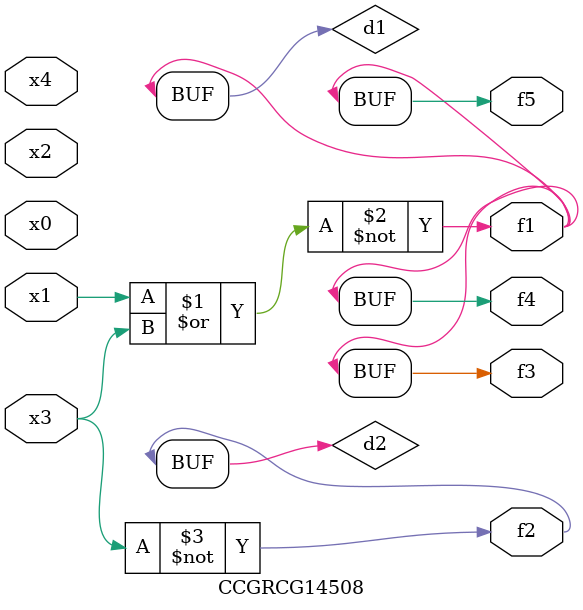
<source format=v>
module CCGRCG14508(
	input x0, x1, x2, x3, x4,
	output f1, f2, f3, f4, f5
);

	wire d1, d2;

	nor (d1, x1, x3);
	not (d2, x3);
	assign f1 = d1;
	assign f2 = d2;
	assign f3 = d1;
	assign f4 = d1;
	assign f5 = d1;
endmodule

</source>
